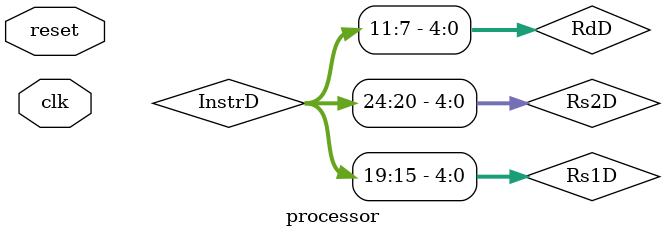
<source format=sv>
`include "instruction_memory.sv"
`include "control_unit.sv"
`include "extend_unit.sv"
`include "register_file.sv"
`include "alu.sv"
`include "data_memory.sv"
`include "hazard_unit.sv"

module processor(input logic clk, reset);

    // fetch stage datapath signals
    logic [31:0] PCF;
    logic [31:0] PCFNext, PCPlus4F;
    logic [31:0] InstrF;

    // decode stage datapath signals
    logic [31:0] InstrD, PCD, PCPlus4D;
    logic [31:0] ImmExtD, RD1D, RD2D;
    logic [4:0] RdD;

    // execute stage datapath signals
    logic [31:0] RD1E, RD2E, PCE, ImmExtE, PCPlus4E;
    logic [31:0] SrcAE, SrcBE;
    logic [4:0] RdE;
    logic ZeroE, PCSrcE;
    logic [31:0] ALUResultE, PCTargetE, WriteDataE;

    // memory stage datapath signals
    logic [31:0] ALUResultM, WriteDataM, PCPlus4M;
    logic [4:0] RdM;
    logic [31:0] ReadDataM;

    // writeback stage datapath signals
    logic [31:0] ALUResultW, ReadDataW, PCPlus4W;
    logic [4:0] RdW;
    logic [31:0] ResultW;

    // decode stage control signals
    logic RegWriteD, MemWriteD, JumpD, BranchD, AluSrcD;
    logic [1:0] ALUOpD;
    logic [2:0] ALUControlD;
    logic [1:0] ResultSrcD, ImmSrcD;

    // execute stage control signals
    logic RegWriteE, MemWriteE, JumpE, BranchE, AluSrcE;
    logic [2:0] ALUControlE;
    logic [1:0] ResultSrcE;

    // memory stage control signals
    logic RegWriteM, MemWriteM;
    logic [1:0] ResultSrcM;

    // writeback stage control signals
    logic RegWriteW;
    logic [1:0] ResultSrcW;

    // hazard unit signals
    logic [5-1:0] Rs1D, Rs2D;
    logic [5-1:0] Rs1E, Rs2E;
    logic [1:0] ForwardAE, ForwardBE;
    logic lwStall, StallF, StallD;
    logic FlushD, FlushE;


    always_ff @(posedge clk, posedge reset) begin
        // display datapath fetch signals
        $display($time, " PCFNext = %x  PCF = %x  PCPlus4F = %x  InstrF = %b PCSrcE = %b", PCFNext, PCF, PCPlus4F, InstrF, PCSrcE);

        if (reset) begin
            PCF <= 32'd0;
            InstrD <= 32'd0;

            
            // decode stage datapath signals update
            InstrD <= 32'd0;
            PCD <= 32'd0;
            PCPlus4D <= 32'd0;

            // execute stage datapath signals update
            RD1E <= 0;
            RD2E <= 0;
            RdE <= 0;
            PCE <= 0;
            Rs1E <= 0;
            Rs2E <= 0;

            // memory stage datapath signals update
            ALUResultM <= 0;
            WriteDataM <= 0;
            RdM <= 0;
            PCPlus4M <= 0;

            // writeback stage datapath signals update
            ALUResultW <= 0;
            ReadDataW <= 0;
            RdW <= 0;
            PCPlus4W <= 0;

            // execute stage control signals update
            RegWriteE <= 0;
            ResultSrcE <= 0;
            MemWriteE <= 0;
            JumpE <= 0;
            BranchE <= 0;
            ALUControlE <= 0;
            AluSrcE <= 0;

            // memory stage control signals update
            RegWriteM <= 0;
            ResultSrcM <= 0;
            MemWriteM <= 0;

            // writeback stage control signals
            RegWriteW <= 0;
            ResultSrcW <= 0;
        end
        else begin
            // writeback stage control signals
            RegWriteW <= RegWriteM;
            ResultSrcW <= ResultSrcM;

            // memory stage control signals update
            RegWriteM <= RegWriteE;
            ResultSrcM <= ResultSrcE;
            MemWriteM <= MemWriteE;

            // execute stage control signals update
            if (FlushE) begin
                RegWriteE <= 0;
                ResultSrcE <= 0;
                MemWriteE <= 0;
                JumpE <= 0;
                BranchE <= 0;
                ALUControlE <= 0;
                AluSrcE <= 0;                
            end
            else begin
                RegWriteE <= RegWriteD;
                ResultSrcE <= ResultSrcD;
                MemWriteE <= MemWriteD;
                JumpE <= JumpD;
                BranchE <= BranchD;
                ALUControlE <= ALUControlD;
                AluSrcE <= AluSrcD;
            end

            // writeback stage datapath signals update
            ALUResultW <= ALUResultM;
            ReadDataW <= ReadDataM;
            RdW <= RdM;
            PCPlus4W <= PCPlus4M;

            // memory stage datapath signals update
            ALUResultM <= ALUResultE;
            WriteDataM <= WriteDataE;
            RdM <= RdE;
            PCPlus4M <= PCPlus4E;

            // execute stage datapath signals update
            if (FlushE) begin
                RD1E <= 0;
                RD2E <= 0;
                RdE <= 0;
                ImmExtE <= 0;
                PCE <= 0;
                PCPlus4E <= 0;
                Rs1E <= 0;
                Rs2E <= 0;
            end 
            else begin
                RD1E <= RD1D;
                RD2E <= RD2D;
                RdE <= RdD;
                ImmExtE <= ImmExtD;
                PCE <= PCD;
                PCPlus4E <= PCPlus4D;
                Rs1E <= Rs1D;
                Rs2E <= Rs2D;
            end

            // decode stage datapath signals update
            if (~StallD) begin
                InstrD <= InstrF;
                PCD <= PCF;
                PCPlus4D <= PCPlus4F;
            end
            if (FlushD) begin
                InstrD <= 0;
                PCD <= 0;
                PCPlus4D <= 0;
            end

            if (~StallF)
                PCF <= PCFNext;
        end

        $display("PCD = %x  InstrD = %b  A1 = %d  A2 = %d  RdD = %d  JumpD = %d  BranchD = %d  RegWriteD = %b", 
                 PCD, InstrD, InstrD[19:15], InstrD[24:20], RdD, JumpD, BranchD, RegWriteD);
        $display("RD1D = %d  RD2D = %d  ImmExtD = %x  PCPlus4D = %x", RD1D, RD2D, ImmExtD, PCPlus4D);
        $display("RD1E = %d  RD2E = %d", RD1E, RD2E);
        $display("BranchE = %d  ZeroE = %d  AluSrcD = %d  JumpE = %d", BranchE, ZeroE, AluSrcD, JumpE);
        $display("PCE = %x  ImmExtE = %x  ALUResultE = %x  RegWriteE = %b  PCPlus4E = %x  WriteDataE = %d", 
                 PCE, ImmExtE, ALUResultE, RegWriteE, PCPlus4E, WriteDataE);
        $display("ALUResultM = %d  WriteDataM = %d  RdM = %d  PCPlus4M = %d  RegWriteM = %d", ALUResultM, WriteDataM, RdM, PCPlus4M, RegWriteM);
        $display("RegWriteW = %b  ResultSrcW = %d  ALUResultW = %d  ReadDataW = %d  PCPlus4W = %d  ResultW = %d  RdW = %d", 
                 RegWriteW, ResultSrcW, ALUResultW, ReadDataW, PCPlus4W, ResultW, RdW);
        $display("ForwardAE = %b  ForwardBE = %b  SrcAE = %d  SrcBE = %d  AluSrcE = %d  WriteDataE = %d", 
                 ForwardAE, ForwardBE, SrcAE, SrcBE, AluSrcE, WriteDataE);
        $display("PCSrcE = %b  lwStall = %b  StallF = %b  StallD = %b  FlushD = %b  FlushE = %b\n", PCSrcE, lwStall, StallF, StallD, FlushD, FlushE);
    end

    // program counter + 4
    assign PCPlus4F = PCF + 32'd4;


    // instruction memory
    /**
    * The instruction memory contains the instructions of the program that will run.
    */
    instruction_memory instr_mem(.pc(PCF), .instr(InstrF));


    // control unit
    /**
    * The control unit aims to control the signals of the computer to achieve a result
    * based on the current instruction. The control unit is the union of the main 
    * decoder and the alu decoder units.
    */

    main_decoder main_dec(.opcode(InstrD[6:0]), .reg_write(RegWriteD), 
                          .imm_src(ImmSrcD), .alu_src(AluSrcD), 
                          .mem_write(MemWriteD), .result_src(ResultSrcD[1:0]), 
                          .branch(BranchD), .alu_op(ALUOpD), .jump(JumpD));

    alu_decoder alu_dec(.alu_control(ALUControlD[2:0]),
                        .alu_op(ALUOpD),
                        .funct3(InstrD[14:12]),
                        .op5(InstrD[5]),
                        .funct7_5(InstrD[30]));


    // extend unit
    /**
    * The extend unit extends the signal of a number or add zeros to it.
    */

    extend_unit ext(.imm_ext(ImmExtD), .imm_src(ImmSrcD), .instr(InstrD[31:7]));


    // operations on register file
    /**
    * The register file contains the registers of the processor;
    * it needs a clock, a write enable signal, the address from which
    * read data and where write data when enabled.
    */
    register_file reg_file(.clk(clk), .we(RegWriteW),
                           .a1(InstrD[19:15]), .a2(InstrD[24:20]), 
                           .a3(RdW), .wd3(ResultW),
                           .rd1(RD1D), .rd2(RD2D));

    assign RdD = InstrD[11:7];


    // ALU
    /**
    * The ALU is the part of the computer that do arithmetic and logic operations.
    */
    assign SrcAE = (ForwardAE[1] === 1) ? ALUResultM : (ForwardAE[0] === 1 ? ResultW : RD1E);
    assign SrcBE = (AluSrcE === 0) ? 
                   ((ForwardBE[1] === 1) ? ALUResultM : (ForwardBE[0] === 1 ? ResultW : RD2E)) :
                   ImmExtE;
    assign WriteDataE = (ForwardBE[1] === 1) ? ALUResultM : (ForwardBE[0] === 1 ? ResultW : RD2E);

    alu alu1 (.ALUResult(ALUResultE), .zero_flag(ZeroE), .SrcA(SrcAE),
              .SrcB(SrcBE), .ALUControl(ALUControlE));


    // If there is a condition to branch, the next PC value must be to the
    // instruction memory address appointed by the branching instruction.
    assign PCSrcE = (JumpE == 1'b1) ? 1'b1 : ((ZeroE == 1'b1 && BranchE == 1'b1) ? 1'b1 : 1'b0);
    assign PCTargetE = PCE + ImmExtE;
    assign PCFNext = (PCSrcE !== 1'b1) ? PCPlus4F : PCTargetE;


    // Data Memory
    /**
    * This is the main memory of the computer.
    */
    data_memory data_mem (.clk(clk), .write_enable(MemWriteM),
                          .adr(ALUResultM), .din(WriteDataM), .dout(ReadDataM));

    assign ResultW = (ResultSrcW[1] == 1'b1) ? PCPlus4W : (ResultSrcW[0] == 1'b0 ? ALUResultW : ReadDataW);


    assign Rs1D = InstrD[19:15];
    assign Rs2D = InstrD[24:20];
    hazard_unit haz_unit (.ForwardAE(ForwardAE),
                          .ForwardBE(ForwardBE),
                          .lwStall(lwStall),
                          .StallF(StallF),
                          .StallD(StallD),
                          .FlushD(FlushD),
                          .FlushE(FlushE),
                          .Rs1D(Rs1D),
                          .Rs2D(Rs2D),                          
                          .Rs1E(Rs1E),
                          .Rs2E(Rs2E),
                          .RdE(RdE),
                          .RdM(RdM),
                          .RdW(RdW),
                          .RegWriteM(RegWriteM),
                          .RegWriteW(RegWriteW),
                          .PCSrcE(PCSrcE),
                          .ResultSrcE0(ResultSrcE[0]));

endmodule

</source>
